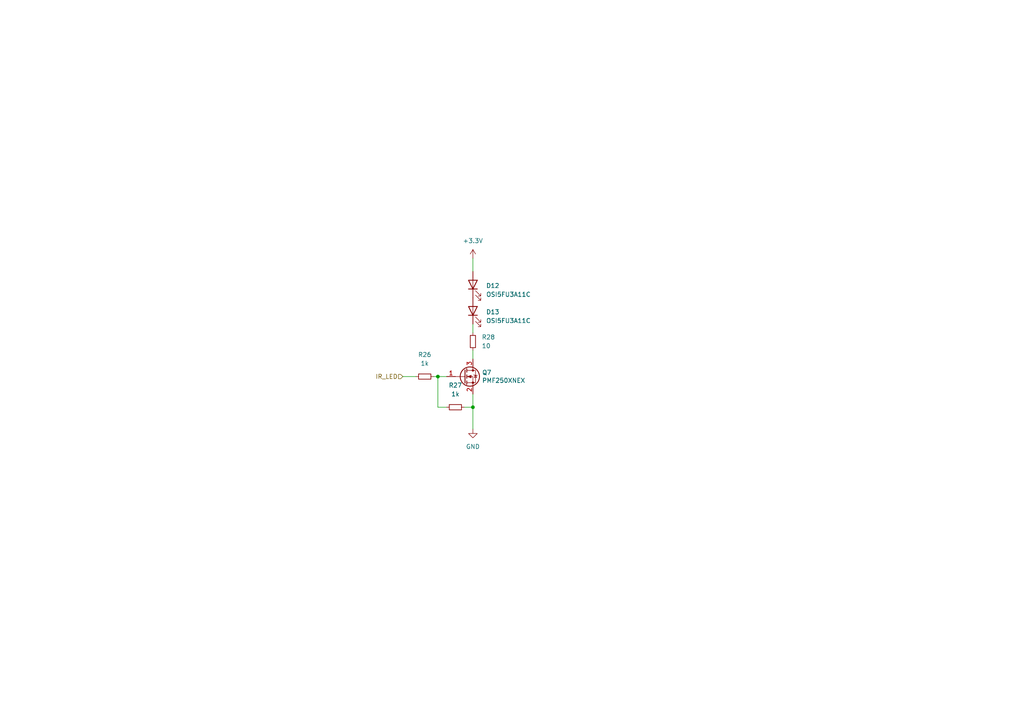
<source format=kicad_sch>
(kicad_sch (version 20231120) (generator "eeschema") (generator_version "8.0")
  (paper "A4")
  (lib_symbols
    (symbol "Device:LED" (pin_numbers hide) (pin_names (offset 1.016) hide)
      (property "Reference" "D" (at 0 2.54 0))
      (property "Value" "LED" (at 0 -2.54 0))
      (symbol "LED_0_1"
        (polyline (pts (xy -1.27 -1.27) (xy -1.27 1.27)) (stroke (width 0.254)))
        (polyline (pts (xy -1.27 0) (xy 1.27 0)))
        (polyline (pts (xy 1.27 -1.27) (xy 1.27 1.27) (xy -1.27 0) (xy 1.27 -1.27)) (stroke (width 0.254)))
        (polyline (pts (xy -3.048 -0.762) (xy -4.572 -2.286) (xy -3.81 -2.286) (xy -4.572 -2.286) (xy -4.572 -1.524)))
        (polyline (pts (xy -1.778 -0.762) (xy -3.302 -2.286) (xy -2.54 -2.286) (xy -3.302 -2.286) (xy -3.302 -1.524)))
      )
      (symbol "LED_1_1"
        (pin passive line (at -3.81 0 0) (length 2.54) (name "K") (number "1"))
        (pin passive line (at 3.81 0 180) (length 2.54) (name "A") (number "2"))
      )
    )
    (symbol "Device:R_Small" (pin_numbers hide) (pin_names (offset 0.254) hide)
      (property "Reference" "R" (at 0.762 0.508 0))
      (property "Value" "R_Small" (at 0.762 -1.016 0))
      (symbol "R_Small_0_1"
        (rectangle (start -0.762 1.778) (end 0.762 -1.778) (stroke (width 0.2032)))
      )
      (symbol "R_Small_1_1"
        (pin passive line (at 0 2.54 270) (length 0.762) (name "~") (number "1"))
        (pin passive line (at 0 -2.54 90) (length 0.762) (name "~") (number "2"))
      )
    )
    (symbol "Transistor_FET:BSS138" (pin_names hide)
      (property "Reference" "Q" (at 5.08 1.905 0))
      (property "Value" "BSS138" (at 5.08 0 0))
      (symbol "BSS138_0_1"
        (polyline (pts (xy 0.254 0) (xy -2.54 0)))
        (polyline (pts (xy 0.254 1.905) (xy 0.254 -1.905)) (stroke (width 0.254)))
        (polyline (pts (xy 0.762 -1.27) (xy 0.762 -2.286)) (stroke (width 0.254)))
        (polyline (pts (xy 0.762 0.508) (xy 0.762 -0.508)) (stroke (width 0.254)))
        (polyline (pts (xy 0.762 2.286) (xy 0.762 1.27)) (stroke (width 0.254)))
        (polyline (pts (xy 2.54 2.54) (xy 2.54 1.778)))
        (polyline (pts (xy 2.54 -2.54) (xy 2.54 0) (xy 0.762 0)))
        (polyline (pts (xy 0.762 -1.778) (xy 3.302 -1.778) (xy 3.302 1.778) (xy 0.762 1.778)))
        (polyline (pts (xy 1.016 0) (xy 2.032 0.381) (xy 2.032 -0.381) (xy 1.016 0)) (fill (type outline)))
        (polyline (pts (xy 2.794 0.508) (xy 2.921 0.381) (xy 3.683 0.381) (xy 3.81 0.254)))
        (polyline (pts (xy 3.302 0.381) (xy 2.921 -0.254) (xy 3.683 -0.254) (xy 3.302 0.381)))
        (circle (center 1.651 0) (radius 2.794) (stroke (width 0.254)))
        (circle (center 2.54 -1.778) (radius 0.254) (fill (type outline)))
        (circle (center 2.54 1.778) (radius 0.254) (fill (type outline)))
      )
      (symbol "BSS138_1_1"
        (pin input line (at -5.08 0 0) (length 2.54) (name "G") (number "1"))
        (pin passive line (at 2.54 -5.08 90) (length 2.54) (name "S") (number "2"))
        (pin passive line (at 2.54 5.08 270) (length 2.54) (name "D") (number "3"))
      )
    )
    (symbol "power:+3.3VADC" (power) (pin_names (offset 0))
      (property "Value" "+3.3VADC" (at 0 2.54 0))
      (symbol "+3.3VADC_0_0"
        (pin power_in line (at 0 0 90) (length 0) hide (name "+3.3VADC") (number "1"))
      )
      (symbol "+3.3VADC_0_1"
        (polyline (pts (xy -0.762 1.27) (xy 0 2.54)))
        (polyline (pts (xy 0 0) (xy 0 2.54)))
        (polyline (pts (xy 0 2.54) (xy 0.762 1.27)))
      )
    )
    (symbol "power:GND" (power) (pin_names (offset 0))
      (property "Value" "GND" (at 0 -3.81 0))
      (symbol "GND_0_1"
        (polyline (pts (xy 0 0) (xy 0 -1.27) (xy 1.27 -1.27) (xy 0 -2.54) (xy -1.27 -1.27) (xy 0 -1.27)))
      )
      (symbol "GND_1_1"
        (pin power_in line (at 0 0 270) (length 0) hide (name "GND") (number "1"))
      )
    )
  )
  (junction (at 127 109.22))
  (junction (at 137.16 118.11))
  (wire (pts (xy 116.84 109.22) (xy 120.65 109.22)))
  (wire (pts (xy 125.73 109.22) (xy 127 109.22)))
  (wire (pts (xy 137.16 118.11) (xy 137.16 124.46)))
  (wire (pts (xy 137.16 96.52) (xy 137.16 93.98)))
  (wire (pts (xy 127 109.22) (xy 127 118.11)))
  (wire (pts (xy 134.62 118.11) (xy 137.16 118.11)))
  (wire (pts (xy 137.16 114.3) (xy 137.16 118.11)))
  (wire (pts (xy 137.16 101.6) (xy 137.16 104.14)))
  (wire (pts (xy 129.54 118.11) (xy 127 118.11)))
  (wire (pts (xy 137.16 74.93) (xy 137.16 78.74)))
  (wire (pts (xy 127 109.22) (xy 129.54 109.22)))
  (hierarchical_label "IR_LED" (shape input) (at 116.84 109.22 180))
  (symbol (lib_id "Device:R_Small") (at 123.19 109.22 90) (unit 1)
    (property "Reference" "R26" (at 123.19 102.87 90))
    (property "Value" "1k" (at 123.19 105.41 90))
    (property "Footprint" "Resistor_SMD:R_0201_0603Metric" (effects (hide yes)))
    (instances (project "" (path "" (reference "R26") (unit 1)) (path "" (reference "R29") (unit 1))))
  )
  (symbol (lib_id "Device:R_Small") (at 132.08 118.11 90) (unit 1)
    (property "Reference" "R27" (at 132.08 111.76 90))
    (property "Value" "1k" (at 132.08 114.3 90))
    (property "Footprint" "Resistor_SMD:R_0201_0603Metric" (effects (hide yes)))
    (instances (project "" (path "" (reference "R27") (unit 1)) (path "" (reference "R30") (unit 1))))
  )
  (symbol (lib_id "power:GND") (at 137.16 124.46 0) (unit 1)
    (property "Reference" "#PWR062" (effects (hide yes)))
    (property "Value" "GND" (at 137.16 129.54 0))
    (instances (project "" (path "" (reference "#PWR062") (unit 1)) (path "" (reference "#PWR064") (unit 1))))
  )
  (symbol (lib_id "Device:LED") (at 137.16 82.55 90) (unit 1)
    (property "Reference" "D12" (at 140.97 82.8674 90) (effects (justify right)))
    (property "Value" "OSI5FU3A11C" (at 140.97 85.4074 90) (effects (justify right)))
    (property "Footprint" "half_mouse_lib:OSI5FU3A11C" (effects (hide yes)))
    (instances (project "" (path "" (reference "D12") (unit 1)) (path "" (reference "D14") (unit 1))))
  )
  (symbol (lib_id "Transistor_FET:BSS138") (at 134.62 109.22 0) (unit 1)
    (property "Reference" "Q7" (at 139.8016 108.0516 0) (effects (justify left)))
    (property "Value" "PMF250XNEX" (at 139.8016 110.363 0) (effects (justify left)))
    (property "Footprint" "Package_TO_SOT_SMD:SOT-323_SC-70_Handsoldering" (effects (hide yes)))
    (property "Datasheet" "https://www.onsemi.com/pub/Collateral/BSS138-D.PDF" (effects (hide yes)))
    (instances (project "" (path "" (reference "Q7") (unit 1)) (path "" (reference "Q8") (unit 1))))
  )
  (symbol (lib_id "Device:R_Small") (at 137.16 99.06 0) (unit 1)
    (property "Reference" "R28" (at 139.7 97.7899 0) (effects (justify left)))
    (property "Value" "10" (at 139.7 100.3299 0) (effects (justify left)))
    (property "Footprint" "Resistor_SMD:R_0201_0603Metric" (effects (hide yes)))
    (instances (project "" (path "" (reference "R28") (unit 1)) (path "" (reference "R31") (unit 1))))
  )
  (symbol (lib_id "Device:LED") (at 137.16 90.17 90) (unit 1)
    (property "Reference" "D13" (at 140.97 90.4874 90) (effects (justify right)))
    (property "Value" "OSI5FU3A11C" (at 140.97 93.0274 90) (effects (justify right)))
    (property "Footprint" "half_mouse_lib:OSI5FU3A11C" (effects (hide yes)))
    (instances (project "" (path "" (reference "D13") (unit 1)) (path "" (reference "D15") (unit 1))))
  )
  (symbol (lib_id "power:+3.3VADC") (at 137.16 74.93 0) (unit 1)
    (property "Reference" "#PWR061" (effects (hide yes)))
    (property "Value" "+3.3V" (at 137.16 69.85 0))
    (instances (project "" (path "" (reference "#PWR061") (unit 1)) (path "" (reference "#PWR063") (unit 1))))
  )
)
</source>
